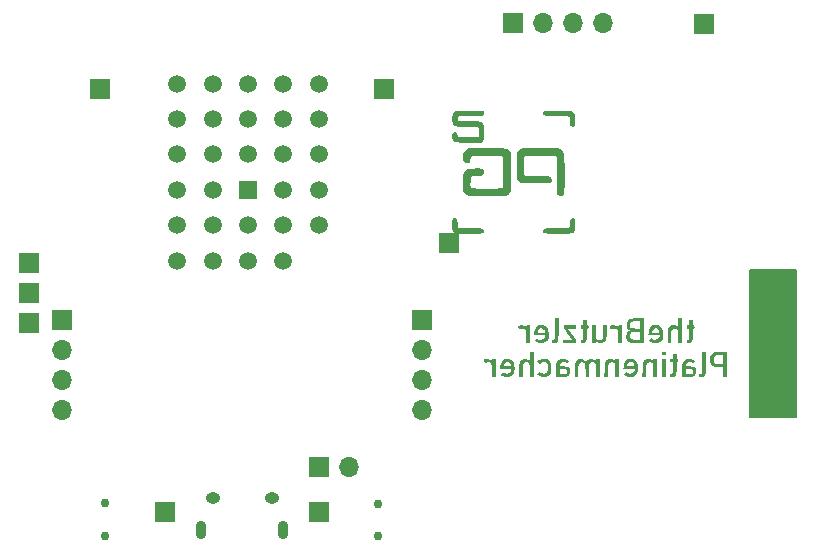
<source format=gbr>
%TF.GenerationSoftware,KiCad,Pcbnew,(5.99.0-10282-g296a9df530)*%
%TF.CreationDate,2021-04-29T22:35:14+02:00*%
%TF.ProjectId,Eck_hoch_3_V1,45636b5f-686f-4636-985f-335f56312e6b,rev?*%
%TF.SameCoordinates,Original*%
%TF.FileFunction,Soldermask,Bot*%
%TF.FilePolarity,Negative*%
%FSLAX46Y46*%
G04 Gerber Fmt 4.6, Leading zero omitted, Abs format (unit mm)*
G04 Created by KiCad (PCBNEW (5.99.0-10282-g296a9df530)) date 2021-04-29 22:35:14*
%MOMM*%
%LPD*%
G01*
G04 APERTURE LIST*
%ADD10C,0.150000*%
%ADD11O,0.890000X1.550000*%
%ADD12O,1.250000X0.950000*%
%ADD13R,1.700000X1.700000*%
%ADD14O,1.700000X1.700000*%
%ADD15C,0.750000*%
%ADD16C,1.500000*%
%ADD17R,1.500000X1.500000*%
G04 APERTURE END LIST*
D10*
X189433200Y-100279200D02*
X185470800Y-100279200D01*
X185470800Y-100279200D02*
X185470800Y-112725200D01*
X185470800Y-112725200D02*
X189433200Y-112725200D01*
X189433200Y-112725200D02*
X189433200Y-100279200D01*
G36*
X189433200Y-100279200D02*
G01*
X185470800Y-100279200D01*
X185470800Y-112725200D01*
X189433200Y-112725200D01*
X189433200Y-100279200D01*
G37*
%TO.C,G\u002A\u002A\u002A*%
G36*
X171706709Y-104740506D02*
G01*
X171708435Y-104848245D01*
X171716811Y-104913967D01*
X171736212Y-104942980D01*
X171771013Y-104949493D01*
X171775632Y-104949549D01*
X171813639Y-104961006D01*
X171831109Y-105003761D01*
X171835316Y-105094177D01*
X171835292Y-105104571D01*
X171830200Y-105190085D01*
X171811197Y-105229394D01*
X171771013Y-105238861D01*
X171767980Y-105238880D01*
X171743215Y-105243191D01*
X171726197Y-105261956D01*
X171715474Y-105305145D01*
X171709591Y-105382727D01*
X171707095Y-105504672D01*
X171706530Y-105680949D01*
X171705724Y-105802467D01*
X171698673Y-106011412D01*
X171683087Y-106168553D01*
X171657423Y-106282120D01*
X171620141Y-106360344D01*
X171569698Y-106411457D01*
X171549816Y-106422763D01*
X171454198Y-106450262D01*
X171329808Y-106460633D01*
X171160127Y-106460633D01*
X171160127Y-106332025D01*
X171163385Y-106261431D01*
X171181253Y-106215184D01*
X171221801Y-106203418D01*
X171267552Y-106202534D01*
X171316239Y-106193714D01*
X171349216Y-106167551D01*
X171369542Y-106114651D01*
X171380274Y-106025625D01*
X171384471Y-105891079D01*
X171385190Y-105701623D01*
X171385190Y-105238861D01*
X171272658Y-105238861D01*
X171222581Y-105237968D01*
X171178810Y-105225174D01*
X171162529Y-105183077D01*
X171160127Y-105094177D01*
X171160821Y-105029792D01*
X171170772Y-104973515D01*
X171203514Y-104952582D01*
X171272658Y-104949493D01*
X171385190Y-104949493D01*
X171385190Y-104531519D01*
X171706709Y-104531519D01*
X171706709Y-104740506D01*
G37*
G36*
X166851772Y-106460633D02*
G01*
X166530253Y-106460633D01*
X166530253Y-105928013D01*
X166529399Y-105804163D01*
X166525256Y-105633358D01*
X166518261Y-105490218D01*
X166509072Y-105386954D01*
X166498348Y-105335777D01*
X166462380Y-105291072D01*
X166367787Y-105240792D01*
X166249055Y-105226665D01*
X166127185Y-105253353D01*
X166101027Y-105264204D01*
X166031721Y-105292018D01*
X166000093Y-105303164D01*
X165993194Y-105296542D01*
X165959411Y-105251304D01*
X165908951Y-105177342D01*
X165890646Y-105149309D01*
X165852898Y-105081918D01*
X165849009Y-105041799D01*
X165875232Y-105010401D01*
X165909581Y-104993154D01*
X165997342Y-104970558D01*
X166106946Y-104956460D01*
X166136180Y-104954595D01*
X166244146Y-104955233D01*
X166324820Y-104976356D01*
X166407747Y-105024663D01*
X166526379Y-105105686D01*
X166536354Y-105035628D01*
X166537262Y-105029839D01*
X166555707Y-104988364D01*
X166603883Y-104966498D01*
X166699051Y-104955770D01*
X166851772Y-104945970D01*
X166851772Y-106460633D01*
G37*
G36*
X178362152Y-107521645D02*
G01*
X178040633Y-107521645D01*
X178040633Y-107232278D01*
X178362152Y-107232278D01*
X178362152Y-107521645D01*
G37*
G36*
X172767722Y-109322152D02*
G01*
X172446203Y-109322152D01*
X172446203Y-108789532D01*
X172445473Y-108673694D01*
X172441401Y-108498953D01*
X172434314Y-108353285D01*
X172424857Y-108248430D01*
X172413672Y-108196128D01*
X172384247Y-108162201D01*
X172298611Y-108115742D01*
X172189535Y-108089462D01*
X172082375Y-108091379D01*
X172078980Y-108092035D01*
X172012655Y-108110029D01*
X171963044Y-108140273D01*
X171927509Y-108191441D01*
X171903413Y-108272208D01*
X171888119Y-108391249D01*
X171878990Y-108557238D01*
X171873389Y-108778850D01*
X171863234Y-109322152D01*
X171578101Y-109322152D01*
X171577922Y-108863987D01*
X171577311Y-108738718D01*
X171572038Y-108535636D01*
X171559609Y-108383624D01*
X171537921Y-108273984D01*
X171504873Y-108198016D01*
X171458363Y-108147022D01*
X171396288Y-108112304D01*
X171359189Y-108097970D01*
X171268425Y-108081735D01*
X171170334Y-108102316D01*
X171127848Y-108118878D01*
X171068793Y-108158000D01*
X171025843Y-108217899D01*
X170996603Y-108307254D01*
X170978681Y-108434743D01*
X170969683Y-108609046D01*
X170967215Y-108838841D01*
X170967215Y-109322152D01*
X170677848Y-109322152D01*
X170678554Y-108767531D01*
X170679635Y-108564451D01*
X170683082Y-108405728D01*
X170689914Y-108288983D01*
X170701157Y-108202846D01*
X170717839Y-108135951D01*
X170740989Y-108076930D01*
X170762824Y-108033662D01*
X170865163Y-107909041D01*
X171005140Y-107835409D01*
X171185486Y-107811133D01*
X171241440Y-107812003D01*
X171329732Y-107824228D01*
X171401352Y-107860461D01*
X171486007Y-107932722D01*
X171616485Y-108054431D01*
X171738194Y-107932722D01*
X171785078Y-107887463D01*
X171853638Y-107836978D01*
X171927487Y-107815501D01*
X172036035Y-107811012D01*
X172106678Y-107813266D01*
X172224527Y-107835709D01*
X172327247Y-107889109D01*
X172442329Y-107967205D01*
X172452304Y-107897147D01*
X172453211Y-107891358D01*
X172471656Y-107849883D01*
X172519833Y-107828017D01*
X172615000Y-107817289D01*
X172767722Y-107807489D01*
X172767722Y-109322152D01*
G37*
G36*
X177622658Y-109322152D02*
G01*
X177301139Y-109322152D01*
X177301139Y-108789532D01*
X177300410Y-108673694D01*
X177296338Y-108498953D01*
X177289251Y-108353285D01*
X177279794Y-108248430D01*
X177268609Y-108196128D01*
X177239174Y-108162102D01*
X177153215Y-108115593D01*
X177043359Y-108089580D01*
X176934664Y-108091885D01*
X176858593Y-108125368D01*
X176785985Y-108188982D01*
X176779625Y-108197310D01*
X176757485Y-108234130D01*
X176741877Y-108281909D01*
X176731682Y-108351317D01*
X176725783Y-108453020D01*
X176723063Y-108597686D01*
X176722405Y-108795981D01*
X176722405Y-109322152D01*
X176396827Y-109322152D01*
X176406895Y-108751455D01*
X176406901Y-108751099D01*
X176413370Y-108507112D01*
X176424726Y-108318148D01*
X176443438Y-108174982D01*
X176471974Y-108068390D01*
X176512801Y-107989149D01*
X176568389Y-107928035D01*
X176641205Y-107875823D01*
X176715408Y-107840191D01*
X176874128Y-107809881D01*
X177037962Y-107826389D01*
X177182184Y-107889109D01*
X177297265Y-107967205D01*
X177307240Y-107897147D01*
X177308148Y-107891358D01*
X177326593Y-107849883D01*
X177374770Y-107828017D01*
X177469937Y-107817289D01*
X177622658Y-107807489D01*
X177622658Y-109322152D01*
G37*
G36*
X168196542Y-107817902D02*
G01*
X168339830Y-107855280D01*
X168462761Y-107932240D01*
X168575774Y-108047704D01*
X168650233Y-108174814D01*
X168658003Y-108203632D01*
X168671419Y-108299827D01*
X168680541Y-108430761D01*
X168683724Y-108576713D01*
X168683244Y-108622405D01*
X168665244Y-108849936D01*
X168618409Y-109026114D01*
X168538777Y-109157941D01*
X168422388Y-109252420D01*
X168265281Y-109316554D01*
X168241792Y-109322825D01*
X168058594Y-109345099D01*
X167872173Y-109327826D01*
X167702835Y-109274720D01*
X167570882Y-109189497D01*
X167493894Y-109117171D01*
X167595026Y-109012830D01*
X167696157Y-108908488D01*
X167791089Y-108978675D01*
X167904877Y-109034348D01*
X168044171Y-109053058D01*
X168178590Y-109029280D01*
X168285862Y-108963689D01*
X168316080Y-108930427D01*
X168352531Y-108868272D01*
X168373922Y-108783292D01*
X168387043Y-108654757D01*
X168389201Y-108475087D01*
X168359004Y-108304751D01*
X168291835Y-108185200D01*
X168186647Y-108114723D01*
X168042393Y-108091611D01*
X168033744Y-108091755D01*
X167916508Y-108111963D01*
X167807836Y-108155949D01*
X167698790Y-108220288D01*
X167590066Y-108131552D01*
X167568762Y-108113965D01*
X167515117Y-108062432D01*
X167504166Y-108025812D01*
X167528266Y-107986123D01*
X167576002Y-107941811D01*
X167700581Y-107875892D01*
X167858086Y-107831244D01*
X168029683Y-107810901D01*
X168196542Y-107817902D01*
G37*
G36*
X176007025Y-106460453D02*
G01*
X175887976Y-106459976D01*
X175684235Y-106455466D01*
X175529226Y-106444431D01*
X175412507Y-106424726D01*
X175323639Y-106394207D01*
X175252183Y-106350730D01*
X175187698Y-106292150D01*
X175117128Y-106206247D01*
X175037093Y-106038737D01*
X175018293Y-105860376D01*
X175025726Y-105829580D01*
X175339873Y-105829580D01*
X175342520Y-105921132D01*
X175360177Y-106015761D01*
X175401881Y-106078159D01*
X175476205Y-106127032D01*
X175477648Y-106127763D01*
X175548729Y-106150100D01*
X175657950Y-106170088D01*
X175788388Y-106186326D01*
X175923121Y-106197409D01*
X176045226Y-106201935D01*
X176137780Y-106198501D01*
X176183861Y-106185704D01*
X176190348Y-106167240D01*
X176199424Y-106094322D01*
X176205658Y-105981633D01*
X176207975Y-105844388D01*
X176207975Y-105528228D01*
X175852842Y-105528228D01*
X175788622Y-105528313D01*
X175651707Y-105530205D01*
X175560138Y-105536512D01*
X175500043Y-105549756D01*
X175457551Y-105572460D01*
X175418792Y-105607146D01*
X175393948Y-105634536D01*
X175351661Y-105716156D01*
X175339873Y-105829580D01*
X175025726Y-105829580D01*
X175062210Y-105678415D01*
X175068183Y-105665140D01*
X175127736Y-105574068D01*
X175209458Y-105488305D01*
X175295111Y-105424567D01*
X175366454Y-105399570D01*
X175376572Y-105397624D01*
X175365533Y-105377735D01*
X175308362Y-105343304D01*
X175293409Y-105335180D01*
X175199067Y-105263242D01*
X175120644Y-105174557D01*
X175110959Y-105159881D01*
X175070598Y-105081316D01*
X175054865Y-104996373D01*
X175056074Y-104946762D01*
X175352803Y-104946762D01*
X175377947Y-105072950D01*
X175459210Y-105174165D01*
X175486780Y-105193588D01*
X175538863Y-105216800D01*
X175611333Y-105230569D01*
X175718813Y-105237166D01*
X175875922Y-105238861D01*
X176210388Y-105238861D01*
X176201143Y-104941455D01*
X176191899Y-104644050D01*
X175934684Y-104633949D01*
X175818741Y-104631564D01*
X175645626Y-104641615D01*
X175521212Y-104672884D01*
X175436824Y-104728147D01*
X175383786Y-104810178D01*
X175352803Y-104946762D01*
X175056074Y-104946762D01*
X175057782Y-104876720D01*
X175058346Y-104869032D01*
X175089987Y-104701493D01*
X175162763Y-104569708D01*
X175287836Y-104453126D01*
X175304243Y-104441507D01*
X175344161Y-104420166D01*
X175396440Y-104404673D01*
X175471467Y-104393805D01*
X175579631Y-104386339D01*
X175731321Y-104381054D01*
X175936925Y-104376725D01*
X176497342Y-104366614D01*
X176497342Y-106460633D01*
X176007025Y-106460453D01*
G37*
G36*
X176014331Y-108630168D02*
G01*
X176010781Y-108772700D01*
X175999365Y-108874992D01*
X175976937Y-108956167D01*
X175940350Y-109035349D01*
X175879084Y-109127761D01*
X175738486Y-109249246D01*
X175553997Y-109325278D01*
X175525044Y-109331649D01*
X175359411Y-109341162D01*
X175182196Y-109316615D01*
X175026440Y-109261973D01*
X174995695Y-109246009D01*
X174898138Y-109186589D01*
X174855805Y-109135800D01*
X174864201Y-109083525D01*
X174918835Y-109019644D01*
X175011051Y-108931296D01*
X175148867Y-109001604D01*
X175219831Y-109032307D01*
X175376112Y-109059604D01*
X175517712Y-109027784D01*
X175637279Y-108937807D01*
X175652849Y-108919133D01*
X175704750Y-108833904D01*
X175725696Y-108758986D01*
X175725696Y-108679114D01*
X174784651Y-108679114D01*
X174800473Y-108457975D01*
X174809808Y-108402644D01*
X175082658Y-108402644D01*
X175085359Y-108417606D01*
X175107206Y-108436191D01*
X175160283Y-108447287D01*
X175255603Y-108452653D01*
X175404177Y-108454050D01*
X175519615Y-108453385D01*
X175636975Y-108447198D01*
X175703400Y-108429428D01*
X175726775Y-108394047D01*
X175714986Y-108335026D01*
X175675919Y-108246339D01*
X175646655Y-108196284D01*
X175553019Y-108110283D01*
X175438983Y-108072288D01*
X175320344Y-108082299D01*
X175212896Y-108140316D01*
X175132436Y-108246339D01*
X175128244Y-108255355D01*
X175095913Y-108339875D01*
X175082658Y-108402644D01*
X174809808Y-108402644D01*
X174838677Y-108231539D01*
X174917085Y-108050628D01*
X175033766Y-107918872D01*
X175186906Y-107838318D01*
X175374687Y-107811012D01*
X175570793Y-107828085D01*
X175736909Y-107885720D01*
X175861719Y-107987139D01*
X175947828Y-108135496D01*
X175997839Y-108333945D01*
X176001783Y-108394047D01*
X176014357Y-108585639D01*
X176014331Y-108630168D01*
G37*
G36*
X167173291Y-109322152D02*
G01*
X166851772Y-109322152D01*
X166851772Y-108789532D01*
X166851043Y-108673694D01*
X166846971Y-108498953D01*
X166839884Y-108353285D01*
X166830426Y-108248430D01*
X166819242Y-108196128D01*
X166789807Y-108162102D01*
X166703848Y-108115593D01*
X166593992Y-108089580D01*
X166485297Y-108091885D01*
X166409225Y-108125368D01*
X166336618Y-108188982D01*
X166330258Y-108197310D01*
X166308118Y-108234130D01*
X166292510Y-108281909D01*
X166282315Y-108351317D01*
X166276416Y-108453020D01*
X166273696Y-108597686D01*
X166273038Y-108795981D01*
X166273038Y-109322152D01*
X165947460Y-109322152D01*
X165957527Y-108751455D01*
X165957534Y-108751099D01*
X165964003Y-108507112D01*
X165975359Y-108318148D01*
X165994071Y-108174982D01*
X166022607Y-108068390D01*
X166063434Y-107989149D01*
X166119022Y-107928035D01*
X166191838Y-107875823D01*
X166265655Y-107840262D01*
X166424774Y-107809766D01*
X166589204Y-107826703D01*
X166734754Y-107890423D01*
X166851772Y-107969834D01*
X166851772Y-107232278D01*
X167173291Y-107232278D01*
X167173291Y-109322152D01*
G37*
G36*
X174407468Y-109322152D02*
G01*
X174085949Y-109322152D01*
X174085949Y-108789532D01*
X174085220Y-108673694D01*
X174081148Y-108498953D01*
X174074061Y-108353285D01*
X174064604Y-108248430D01*
X174053419Y-108196128D01*
X174023984Y-108162102D01*
X173938025Y-108115593D01*
X173828169Y-108089580D01*
X173719474Y-108091885D01*
X173643403Y-108125368D01*
X173570795Y-108188982D01*
X173564435Y-108197310D01*
X173542296Y-108234130D01*
X173526687Y-108281909D01*
X173516492Y-108351317D01*
X173510593Y-108453020D01*
X173507874Y-108597686D01*
X173507215Y-108795981D01*
X173507215Y-109322152D01*
X173181637Y-109322152D01*
X173191705Y-108751455D01*
X173191711Y-108751099D01*
X173198180Y-108507112D01*
X173209536Y-108318148D01*
X173228248Y-108174982D01*
X173256784Y-108068390D01*
X173297611Y-107989149D01*
X173353199Y-107928035D01*
X173426015Y-107875823D01*
X173500218Y-107840191D01*
X173658938Y-107809881D01*
X173822772Y-107826389D01*
X173966994Y-107889109D01*
X174082075Y-107967205D01*
X174092050Y-107897147D01*
X174092958Y-107891358D01*
X174111403Y-107849883D01*
X174159580Y-107828017D01*
X174254747Y-107817289D01*
X174407468Y-107807489D01*
X174407468Y-109322152D01*
G37*
G36*
X179294557Y-107602025D02*
G01*
X179296283Y-107709764D01*
X179304659Y-107775486D01*
X179324061Y-107804499D01*
X179358861Y-107811012D01*
X179363480Y-107811068D01*
X179401487Y-107822525D01*
X179418957Y-107865280D01*
X179423165Y-107955696D01*
X179423140Y-107966090D01*
X179418048Y-108051604D01*
X179399046Y-108090913D01*
X179358861Y-108100380D01*
X179355828Y-108100399D01*
X179331063Y-108104710D01*
X179314045Y-108123475D01*
X179303322Y-108166664D01*
X179297440Y-108244246D01*
X179294943Y-108366191D01*
X179294378Y-108542468D01*
X179293572Y-108663986D01*
X179286521Y-108872931D01*
X179270935Y-109030072D01*
X179245271Y-109143639D01*
X179207989Y-109221863D01*
X179157546Y-109272976D01*
X179137664Y-109284282D01*
X179042046Y-109311781D01*
X178917656Y-109322152D01*
X178747975Y-109322152D01*
X178747975Y-109193544D01*
X178751233Y-109122950D01*
X178769101Y-109076703D01*
X178809649Y-109064936D01*
X178855401Y-109064053D01*
X178904087Y-109055233D01*
X178937064Y-109029070D01*
X178957390Y-108976170D01*
X178968122Y-108887144D01*
X178972319Y-108752598D01*
X178973038Y-108563142D01*
X178973038Y-108100380D01*
X178860506Y-108100380D01*
X178810429Y-108099487D01*
X178766658Y-108086693D01*
X178750377Y-108044596D01*
X178747975Y-107955696D01*
X178748669Y-107891311D01*
X178758620Y-107835034D01*
X178791362Y-107814101D01*
X178860506Y-107811012D01*
X178973038Y-107811012D01*
X178973038Y-107393038D01*
X179294557Y-107393038D01*
X179294557Y-107602025D01*
G37*
G36*
X170209132Y-109161068D02*
G01*
X170091548Y-109265295D01*
X169922279Y-109331326D01*
X169893366Y-109337581D01*
X169704563Y-109346772D01*
X169527888Y-109304568D01*
X169516475Y-109299903D01*
X169433363Y-109275960D01*
X169397633Y-109288492D01*
X169388973Y-109297800D01*
X169332695Y-109315235D01*
X169244409Y-109322152D01*
X169102405Y-109322152D01*
X169102405Y-108732096D01*
X169102507Y-108679114D01*
X169391772Y-108679114D01*
X169391772Y-108854818D01*
X169391785Y-108862410D01*
X169397231Y-108968680D01*
X169416195Y-109029891D01*
X169453962Y-109063805D01*
X169486704Y-109075468D01*
X169577850Y-109091003D01*
X169687948Y-109097088D01*
X169792476Y-109091268D01*
X169912052Y-109057356D01*
X169980709Y-108990722D01*
X170002658Y-108888574D01*
X169998421Y-108823528D01*
X169971155Y-108751636D01*
X169910024Y-108707474D01*
X169805159Y-108685236D01*
X169646691Y-108679114D01*
X169391772Y-108679114D01*
X169102507Y-108679114D01*
X169102808Y-108523450D01*
X169104746Y-108367309D01*
X169109302Y-108254762D01*
X169117560Y-108175423D01*
X169130604Y-108118906D01*
X169149519Y-108074824D01*
X169175388Y-108032792D01*
X169199274Y-107999760D01*
X169317816Y-107892917D01*
X169473799Y-107831042D01*
X169674134Y-107811062D01*
X169859877Y-107827205D01*
X170036590Y-107879045D01*
X170170335Y-107961956D01*
X170185716Y-107976346D01*
X170205554Y-108007874D01*
X170185277Y-108039643D01*
X170117797Y-108088763D01*
X170094563Y-108104359D01*
X170027517Y-108140890D01*
X169971256Y-108143437D01*
X169893711Y-108115881D01*
X169892281Y-108115285D01*
X169741232Y-108075065D01*
X169604731Y-108079820D01*
X169493704Y-108125117D01*
X169419076Y-108206522D01*
X169391772Y-108319600D01*
X169391772Y-108413137D01*
X169689353Y-108428702D01*
X169777906Y-108434861D01*
X169977678Y-108465948D01*
X170123468Y-108521300D01*
X170220783Y-108604983D01*
X170275133Y-108721063D01*
X170292025Y-108873607D01*
X170290313Y-108888574D01*
X170275497Y-109018067D01*
X170209132Y-109161068D01*
G37*
G36*
X165564964Y-108630168D02*
G01*
X165561414Y-108772700D01*
X165549998Y-108874992D01*
X165527570Y-108956167D01*
X165490983Y-109035349D01*
X165429717Y-109127761D01*
X165289119Y-109249246D01*
X165104630Y-109325278D01*
X165075677Y-109331649D01*
X164910044Y-109341162D01*
X164732829Y-109316615D01*
X164577073Y-109261973D01*
X164546327Y-109246009D01*
X164448771Y-109186589D01*
X164406437Y-109135800D01*
X164414834Y-109083525D01*
X164469468Y-109019644D01*
X164561683Y-108931296D01*
X164699499Y-109001604D01*
X164770464Y-109032307D01*
X164926744Y-109059604D01*
X165068345Y-109027784D01*
X165187911Y-108937807D01*
X165203482Y-108919133D01*
X165255383Y-108833904D01*
X165276329Y-108758986D01*
X165276329Y-108679114D01*
X164335284Y-108679114D01*
X164351106Y-108457975D01*
X164360441Y-108402644D01*
X164633291Y-108402644D01*
X164635992Y-108417606D01*
X164657839Y-108436191D01*
X164710916Y-108447287D01*
X164806236Y-108452653D01*
X164954810Y-108454050D01*
X165070248Y-108453385D01*
X165187608Y-108447198D01*
X165254033Y-108429428D01*
X165277407Y-108394047D01*
X165265619Y-108335026D01*
X165226552Y-108246339D01*
X165197288Y-108196284D01*
X165103652Y-108110283D01*
X164989616Y-108072288D01*
X164870977Y-108082299D01*
X164763529Y-108140316D01*
X164683068Y-108246339D01*
X164678877Y-108255355D01*
X164646546Y-108339875D01*
X164633291Y-108402644D01*
X164360441Y-108402644D01*
X164389310Y-108231539D01*
X164467718Y-108050628D01*
X164584399Y-107918872D01*
X164737538Y-107838318D01*
X164925320Y-107811012D01*
X165121426Y-107828085D01*
X165287542Y-107885720D01*
X165412352Y-107987139D01*
X165498461Y-108135496D01*
X165548472Y-108333945D01*
X165552416Y-108394047D01*
X165564990Y-108585639D01*
X165564964Y-108630168D01*
G37*
G36*
X180883563Y-109161068D02*
G01*
X180765978Y-109265295D01*
X180596709Y-109331326D01*
X180567797Y-109337581D01*
X180378993Y-109346772D01*
X180202318Y-109304568D01*
X180190906Y-109299903D01*
X180107793Y-109275960D01*
X180072064Y-109288492D01*
X180063403Y-109297800D01*
X180007125Y-109315235D01*
X179918840Y-109322152D01*
X179776835Y-109322152D01*
X179776835Y-108732096D01*
X179776938Y-108679114D01*
X180066203Y-108679114D01*
X180066203Y-108854818D01*
X180066215Y-108862410D01*
X180071661Y-108968680D01*
X180090625Y-109029891D01*
X180128393Y-109063805D01*
X180161134Y-109075468D01*
X180252280Y-109091003D01*
X180362378Y-109097088D01*
X180466906Y-109091268D01*
X180586482Y-109057356D01*
X180655139Y-108990722D01*
X180677089Y-108888574D01*
X180672851Y-108823528D01*
X180645585Y-108751636D01*
X180584454Y-108707474D01*
X180479589Y-108685236D01*
X180321121Y-108679114D01*
X180066203Y-108679114D01*
X179776938Y-108679114D01*
X179777239Y-108523450D01*
X179779176Y-108367309D01*
X179783732Y-108254762D01*
X179791990Y-108175423D01*
X179805035Y-108118906D01*
X179823949Y-108074824D01*
X179849818Y-108032792D01*
X179873704Y-107999760D01*
X179992246Y-107892917D01*
X180148230Y-107831042D01*
X180348564Y-107811062D01*
X180534308Y-107827205D01*
X180711020Y-107879045D01*
X180844765Y-107961956D01*
X180860146Y-107976346D01*
X180879984Y-108007874D01*
X180859708Y-108039643D01*
X180792227Y-108088763D01*
X180768993Y-108104359D01*
X180701947Y-108140890D01*
X180645686Y-108143437D01*
X180568141Y-108115881D01*
X180566711Y-108115285D01*
X180415662Y-108075065D01*
X180279161Y-108079820D01*
X180168134Y-108125117D01*
X180093506Y-108206522D01*
X180066203Y-108319600D01*
X180066203Y-108413137D01*
X180363783Y-108428702D01*
X180452336Y-108434861D01*
X180652108Y-108465948D01*
X180797898Y-108521300D01*
X180895213Y-108604983D01*
X180949563Y-108721063D01*
X180966456Y-108873607D01*
X180964743Y-108888574D01*
X180949927Y-109018067D01*
X180883563Y-109161068D01*
G37*
G36*
X169295316Y-105279877D02*
G01*
X169294565Y-105571211D01*
X169291663Y-105805293D01*
X169285584Y-105989044D01*
X169275300Y-106129384D01*
X169259783Y-106233234D01*
X169238006Y-106307515D01*
X169208939Y-106359146D01*
X169171556Y-106395050D01*
X169124829Y-106422145D01*
X169100652Y-106431262D01*
X169009422Y-106449990D01*
X168901456Y-106458457D01*
X168748734Y-106460633D01*
X168748734Y-106332025D01*
X168751993Y-106261431D01*
X168769861Y-106215184D01*
X168810408Y-106203418D01*
X168840932Y-106203495D01*
X168881616Y-106200933D01*
X168913021Y-106189050D01*
X168936345Y-106160973D01*
X168952788Y-106109830D01*
X168963551Y-106028748D01*
X168969834Y-105910854D01*
X168972836Y-105749275D01*
X168973757Y-105537139D01*
X168973797Y-105267573D01*
X168973797Y-104370759D01*
X169295316Y-104370759D01*
X169295316Y-105279877D01*
G37*
G36*
X168458634Y-105768649D02*
G01*
X168455084Y-105911181D01*
X168443669Y-106013473D01*
X168421241Y-106094648D01*
X168384653Y-106173830D01*
X168323388Y-106266242D01*
X168182789Y-106387727D01*
X167998301Y-106463759D01*
X167969348Y-106470130D01*
X167803715Y-106479643D01*
X167626500Y-106455096D01*
X167470744Y-106400454D01*
X167439998Y-106384490D01*
X167342442Y-106325070D01*
X167300108Y-106274281D01*
X167308505Y-106222006D01*
X167363139Y-106158125D01*
X167455354Y-106069777D01*
X167593170Y-106140085D01*
X167664134Y-106170788D01*
X167820415Y-106198085D01*
X167962015Y-106166265D01*
X168081582Y-106076288D01*
X168097153Y-106057614D01*
X168149054Y-105972385D01*
X168170000Y-105897467D01*
X168170000Y-105817595D01*
X167228955Y-105817595D01*
X167244777Y-105596456D01*
X167254112Y-105541125D01*
X167526962Y-105541125D01*
X167529663Y-105556087D01*
X167551510Y-105574672D01*
X167604587Y-105585768D01*
X167699907Y-105591134D01*
X167848481Y-105592531D01*
X167963919Y-105591866D01*
X168081279Y-105585679D01*
X168147703Y-105567909D01*
X168171078Y-105532528D01*
X168159290Y-105473507D01*
X168120223Y-105384820D01*
X168090959Y-105334765D01*
X167997323Y-105248764D01*
X167883287Y-105210769D01*
X167764648Y-105220780D01*
X167657200Y-105278797D01*
X167576739Y-105384820D01*
X167572548Y-105393836D01*
X167540216Y-105478356D01*
X167526962Y-105541125D01*
X167254112Y-105541125D01*
X167282981Y-105370020D01*
X167361388Y-105189109D01*
X167478070Y-105057353D01*
X167631209Y-104976800D01*
X167818991Y-104949493D01*
X168015097Y-104966566D01*
X168181213Y-105024201D01*
X168306023Y-105125620D01*
X168392132Y-105273977D01*
X168442143Y-105472426D01*
X168446087Y-105532528D01*
X168458661Y-105724120D01*
X168458634Y-105768649D01*
G37*
G36*
X174632532Y-106460633D02*
G01*
X174311013Y-106460633D01*
X174311013Y-105928013D01*
X174310159Y-105804163D01*
X174306015Y-105633358D01*
X174299020Y-105490218D01*
X174289832Y-105386954D01*
X174279108Y-105335777D01*
X174243140Y-105291072D01*
X174148547Y-105240792D01*
X174029814Y-105226665D01*
X173907945Y-105253353D01*
X173881786Y-105264204D01*
X173812481Y-105292018D01*
X173780852Y-105303164D01*
X173773954Y-105296542D01*
X173740171Y-105251304D01*
X173689710Y-105177342D01*
X173671406Y-105149309D01*
X173633658Y-105081918D01*
X173629769Y-105041799D01*
X173655991Y-105010401D01*
X173690341Y-104993154D01*
X173778101Y-104970558D01*
X173887705Y-104956460D01*
X173916940Y-104954595D01*
X174024905Y-104955233D01*
X174105580Y-104976356D01*
X174188506Y-105024663D01*
X174307139Y-105105686D01*
X174317114Y-105035628D01*
X174318021Y-105029839D01*
X174336466Y-104988364D01*
X174384643Y-104966498D01*
X174479810Y-104955770D01*
X174632532Y-104945970D01*
X174632532Y-106460633D01*
G37*
G36*
X183249241Y-109322152D02*
G01*
X183249241Y-108525468D01*
X182903608Y-108513622D01*
X182765796Y-108507786D01*
X182645116Y-108497750D01*
X182556896Y-108481113D01*
X182483763Y-108454382D01*
X182408341Y-108414064D01*
X182348601Y-108374482D01*
X182223141Y-108242867D01*
X182148568Y-108073287D01*
X182123924Y-107863884D01*
X182133868Y-107786699D01*
X182438493Y-107786699D01*
X182442537Y-107931592D01*
X182485100Y-108064261D01*
X182563418Y-108163221D01*
X182576828Y-108173293D01*
X182629004Y-108201738D01*
X182697676Y-108218689D01*
X182798750Y-108226866D01*
X182948133Y-108228987D01*
X183249241Y-108228987D01*
X183249241Y-107489493D01*
X182990993Y-107489493D01*
X182851383Y-107494898D01*
X182685253Y-107519456D01*
X182562650Y-107561540D01*
X182493355Y-107618613D01*
X182475733Y-107651069D01*
X182438493Y-107786699D01*
X182133868Y-107786699D01*
X182149338Y-107666616D01*
X182222654Y-107493140D01*
X182337556Y-107356333D01*
X182487726Y-107266572D01*
X182509958Y-107260808D01*
X182598502Y-107249529D01*
X182731255Y-107240480D01*
X182894494Y-107234462D01*
X183074498Y-107232278D01*
X183570760Y-107232278D01*
X183570760Y-109322152D01*
X183249241Y-109322152D01*
G37*
G36*
X178136356Y-105768649D02*
G01*
X178132806Y-105911181D01*
X178121391Y-106013473D01*
X178098963Y-106094648D01*
X178062375Y-106173830D01*
X178001109Y-106266242D01*
X177860511Y-106387727D01*
X177676023Y-106463759D01*
X177647070Y-106470130D01*
X177481437Y-106479643D01*
X177304221Y-106455096D01*
X177148466Y-106400454D01*
X177117720Y-106384490D01*
X177020163Y-106325070D01*
X176977830Y-106274281D01*
X176986226Y-106222006D01*
X177040860Y-106158125D01*
X177133076Y-106069777D01*
X177270892Y-106140085D01*
X177341856Y-106170788D01*
X177498137Y-106198085D01*
X177639737Y-106166265D01*
X177759304Y-106076288D01*
X177774875Y-106057614D01*
X177826775Y-105972385D01*
X177847722Y-105897467D01*
X177847722Y-105817595D01*
X176906676Y-105817595D01*
X176922499Y-105596456D01*
X176931834Y-105541125D01*
X177204684Y-105541125D01*
X177207384Y-105556087D01*
X177229231Y-105574672D01*
X177282309Y-105585768D01*
X177377629Y-105591134D01*
X177526203Y-105592531D01*
X177641641Y-105591866D01*
X177759001Y-105585679D01*
X177825425Y-105567909D01*
X177848800Y-105532528D01*
X177837011Y-105473507D01*
X177797944Y-105384820D01*
X177768681Y-105334765D01*
X177675044Y-105248764D01*
X177561009Y-105210769D01*
X177442369Y-105220780D01*
X177334921Y-105278797D01*
X177254461Y-105384820D01*
X177250269Y-105393836D01*
X177217938Y-105478356D01*
X177204684Y-105541125D01*
X176931834Y-105541125D01*
X176960703Y-105370020D01*
X177039110Y-105189109D01*
X177155791Y-105057353D01*
X177308931Y-104976800D01*
X177496712Y-104949493D01*
X177692818Y-104966566D01*
X177858935Y-105024201D01*
X177983745Y-105125620D01*
X178069853Y-105273977D01*
X178119864Y-105472426D01*
X178123809Y-105532528D01*
X178136383Y-105724120D01*
X178136356Y-105768649D01*
G37*
G36*
X173373149Y-105534399D02*
G01*
X173370391Y-105665618D01*
X173362469Y-105878474D01*
X173348735Y-106040965D01*
X173326242Y-106162304D01*
X173292043Y-106251708D01*
X173243189Y-106318389D01*
X173176734Y-106371562D01*
X173089730Y-106420443D01*
X173041587Y-106443434D01*
X172952521Y-106478837D01*
X172893535Y-106492785D01*
X172829658Y-106489092D01*
X172678155Y-106450670D01*
X172559191Y-106377861D01*
X172478354Y-106302944D01*
X172478354Y-106381788D01*
X172476882Y-106412503D01*
X172460676Y-106444609D01*
X172413052Y-106457969D01*
X172317595Y-106460633D01*
X172156835Y-106460633D01*
X172156835Y-104949493D01*
X172478354Y-104949493D01*
X172478354Y-105488922D01*
X172478383Y-105529103D01*
X172480395Y-105743116D01*
X172487440Y-105902874D01*
X172502107Y-106017003D01*
X172526987Y-106094128D01*
X172564669Y-106142875D01*
X172617744Y-106171869D01*
X172688802Y-106189737D01*
X172736692Y-106194670D01*
X172849739Y-106183161D01*
X172952222Y-106147293D01*
X173017589Y-106094737D01*
X173024047Y-106067746D01*
X173033163Y-105983955D01*
X173042223Y-105855844D01*
X173050455Y-105694785D01*
X173057089Y-105512152D01*
X173073165Y-104965569D01*
X173228465Y-104955664D01*
X173383766Y-104945759D01*
X173373149Y-105534399D01*
G37*
G36*
X179744684Y-106460633D02*
G01*
X179423165Y-106460633D01*
X179423165Y-105928013D01*
X179422436Y-105812175D01*
X179418363Y-105637434D01*
X179411276Y-105491766D01*
X179401819Y-105386911D01*
X179390634Y-105334609D01*
X179361199Y-105300583D01*
X179275241Y-105254074D01*
X179165384Y-105228061D01*
X179056689Y-105230366D01*
X178980618Y-105263849D01*
X178908011Y-105327463D01*
X178901650Y-105335791D01*
X178879511Y-105372611D01*
X178863902Y-105420390D01*
X178853707Y-105489798D01*
X178847809Y-105591501D01*
X178845089Y-105736167D01*
X178844430Y-105934462D01*
X178844430Y-106460633D01*
X178518852Y-106460633D01*
X178528920Y-105889936D01*
X178528926Y-105889580D01*
X178535395Y-105645593D01*
X178546752Y-105456629D01*
X178565464Y-105313463D01*
X178593999Y-105206871D01*
X178634827Y-105127630D01*
X178690414Y-105066516D01*
X178763231Y-105014304D01*
X178837048Y-104978743D01*
X178996167Y-104948247D01*
X179160596Y-104965184D01*
X179306146Y-105028904D01*
X179423165Y-105108315D01*
X179423165Y-104370759D01*
X179744684Y-104370759D01*
X179744684Y-106460633D01*
G37*
G36*
X180677089Y-104740506D02*
G01*
X180678815Y-104848245D01*
X180687190Y-104913967D01*
X180706592Y-104942980D01*
X180741392Y-104949493D01*
X180746012Y-104949549D01*
X180784018Y-104961006D01*
X180801489Y-105003761D01*
X180805696Y-105094177D01*
X180805672Y-105104571D01*
X180800579Y-105190085D01*
X180781577Y-105229394D01*
X180741392Y-105238861D01*
X180738360Y-105238880D01*
X180713594Y-105243191D01*
X180696577Y-105261956D01*
X180685854Y-105305145D01*
X180679971Y-105382727D01*
X180677474Y-105504672D01*
X180676909Y-105680949D01*
X180676104Y-105802467D01*
X180669053Y-106011412D01*
X180653466Y-106168553D01*
X180627803Y-106282120D01*
X180590520Y-106360344D01*
X180540078Y-106411457D01*
X180520196Y-106422763D01*
X180424578Y-106450262D01*
X180300188Y-106460633D01*
X180130506Y-106460633D01*
X180130506Y-106332025D01*
X180133765Y-106261431D01*
X180151633Y-106215184D01*
X180192181Y-106203418D01*
X180237932Y-106202534D01*
X180286619Y-106193714D01*
X180319596Y-106167551D01*
X180339921Y-106114651D01*
X180350654Y-106025625D01*
X180354850Y-105891079D01*
X180355570Y-105701623D01*
X180355570Y-105238861D01*
X180243038Y-105238861D01*
X180192961Y-105237968D01*
X180149190Y-105225174D01*
X180132909Y-105183077D01*
X180130506Y-105094177D01*
X180131200Y-105029792D01*
X180141152Y-104973515D01*
X180173894Y-104952582D01*
X180243038Y-104949493D01*
X180355570Y-104949493D01*
X180355570Y-104531519D01*
X180677089Y-104531519D01*
X180677089Y-104740506D01*
G37*
G36*
X181770253Y-108141396D02*
G01*
X181769501Y-108432730D01*
X181766600Y-108666812D01*
X181760521Y-108850563D01*
X181750237Y-108990903D01*
X181734720Y-109094753D01*
X181712942Y-109169034D01*
X181683876Y-109220665D01*
X181646493Y-109256569D01*
X181599766Y-109283664D01*
X181575588Y-109292781D01*
X181484358Y-109311509D01*
X181376392Y-109319976D01*
X181223671Y-109322152D01*
X181223671Y-109193544D01*
X181226930Y-109122950D01*
X181244797Y-109076703D01*
X181285345Y-109064936D01*
X181315868Y-109065014D01*
X181356553Y-109062452D01*
X181387957Y-109050569D01*
X181411281Y-109022492D01*
X181427725Y-108971349D01*
X181438488Y-108890267D01*
X181444771Y-108772373D01*
X181447773Y-108610794D01*
X181448694Y-108398658D01*
X181448734Y-108129092D01*
X181448734Y-107232278D01*
X181770253Y-107232278D01*
X181770253Y-108141396D01*
G37*
G36*
X178362152Y-109322152D02*
G01*
X178039448Y-109322152D01*
X178048078Y-108574620D01*
X178056709Y-107827088D01*
X178209430Y-107817289D01*
X178362152Y-107807489D01*
X178362152Y-109322152D01*
G37*
G36*
X170800266Y-105102215D02*
G01*
X170810153Y-105238861D01*
X170454634Y-105238861D01*
X170330221Y-105239800D01*
X170210457Y-105242922D01*
X170129107Y-105247715D01*
X170099114Y-105253639D01*
X170114964Y-105278662D01*
X170164296Y-105347097D01*
X170241018Y-105450352D01*
X170338913Y-105580066D01*
X170451765Y-105727880D01*
X170527400Y-105826758D01*
X170634571Y-105969501D01*
X170710188Y-106076123D01*
X170759666Y-106155754D01*
X170788423Y-106217522D01*
X170801874Y-106270556D01*
X170805436Y-106323987D01*
X170806456Y-106460633D01*
X169681139Y-106460633D01*
X169681139Y-106203418D01*
X170050886Y-106203418D01*
X170188410Y-106201592D01*
X170308962Y-106196190D01*
X170390600Y-106188072D01*
X170420633Y-106178107D01*
X170402711Y-106145888D01*
X170352266Y-106070544D01*
X170275291Y-105960699D01*
X170177781Y-105824905D01*
X170065729Y-105671715D01*
X170005795Y-105590240D01*
X169894608Y-105436619D01*
X169815480Y-105321692D01*
X169763438Y-105236918D01*
X169733509Y-105173756D01*
X169720720Y-105123664D01*
X169720096Y-105078101D01*
X169729367Y-104965569D01*
X170790380Y-104965569D01*
X170800266Y-105102215D01*
G37*
G36*
X163958101Y-109322152D02*
G01*
X163636582Y-109322152D01*
X163636582Y-108789532D01*
X163635729Y-108665682D01*
X163631585Y-108494877D01*
X163624590Y-108351737D01*
X163615401Y-108248473D01*
X163604677Y-108197296D01*
X163568710Y-108152591D01*
X163474116Y-108102311D01*
X163355384Y-108088184D01*
X163233514Y-108114872D01*
X163207356Y-108125723D01*
X163138050Y-108153537D01*
X163106422Y-108164683D01*
X163099523Y-108158061D01*
X163065740Y-108112823D01*
X163015280Y-108038861D01*
X162996976Y-108010828D01*
X162959228Y-107943437D01*
X162955338Y-107903318D01*
X162981561Y-107871920D01*
X163015911Y-107854673D01*
X163103671Y-107832077D01*
X163213275Y-107817979D01*
X163242509Y-107816114D01*
X163350475Y-107816752D01*
X163431150Y-107837875D01*
X163514076Y-107886182D01*
X163632708Y-107967205D01*
X163642683Y-107897147D01*
X163643591Y-107891358D01*
X163662036Y-107849883D01*
X163710213Y-107828017D01*
X163805380Y-107817289D01*
X163958101Y-107807489D01*
X163958101Y-109322152D01*
G37*
G36*
X160530910Y-95852674D02*
G01*
X160628589Y-95886813D01*
X160695470Y-95972571D01*
X160733888Y-96114472D01*
X160746175Y-96317040D01*
X160745920Y-96368656D01*
X160745353Y-96479683D01*
X160750542Y-96567121D01*
X160768558Y-96633773D01*
X160806470Y-96682444D01*
X160871346Y-96715935D01*
X160970255Y-96737051D01*
X161110268Y-96748594D01*
X161298452Y-96753369D01*
X161541878Y-96754178D01*
X161847614Y-96753825D01*
X161866584Y-96753825D01*
X162151319Y-96754004D01*
X162375247Y-96754904D01*
X162546475Y-96757095D01*
X162673116Y-96761148D01*
X162763277Y-96767631D01*
X162825069Y-96777116D01*
X162866603Y-96790171D01*
X162895986Y-96807366D01*
X162921330Y-96829272D01*
X162937567Y-96846100D01*
X162991421Y-96948051D01*
X162995292Y-97058065D01*
X162947112Y-97150390D01*
X162938254Y-97157798D01*
X162909079Y-97171508D01*
X162860352Y-97182327D01*
X162784953Y-97190582D01*
X162675762Y-97196597D01*
X162525657Y-97200699D01*
X162327519Y-97203215D01*
X162074225Y-97204469D01*
X161758656Y-97204788D01*
X161679963Y-97204770D01*
X161382917Y-97204388D01*
X161145750Y-97203199D01*
X160960739Y-97200783D01*
X160820166Y-97196717D01*
X160716309Y-97190581D01*
X160641448Y-97181954D01*
X160587863Y-97170417D01*
X160547833Y-97155547D01*
X160513639Y-97136923D01*
X160444658Y-97088920D01*
X160380986Y-97020921D01*
X160337877Y-96932111D01*
X160311646Y-96810405D01*
X160298609Y-96643717D01*
X160295082Y-96419960D01*
X160297890Y-96213974D01*
X160309003Y-96058549D01*
X160331905Y-95953972D01*
X160370076Y-95890874D01*
X160426994Y-95859886D01*
X160506139Y-95851639D01*
X160530910Y-95852674D01*
G37*
G36*
X170509238Y-95851741D02*
G01*
X170584040Y-95860445D01*
X170637163Y-95890045D01*
X170672210Y-95950223D01*
X170692783Y-96050659D01*
X170702485Y-96201035D01*
X170704918Y-96411032D01*
X170702319Y-96613920D01*
X170691017Y-96787750D01*
X170667375Y-96914995D01*
X170627788Y-97007625D01*
X170568652Y-97077611D01*
X170486362Y-97136923D01*
X170478505Y-97141623D01*
X170443640Y-97159334D01*
X170401140Y-97173389D01*
X170343284Y-97184211D01*
X170262353Y-97192219D01*
X170150626Y-97197834D01*
X170000381Y-97201478D01*
X169803900Y-97203571D01*
X169553462Y-97204534D01*
X169241345Y-97204788D01*
X169087212Y-97204736D01*
X168801328Y-97204025D01*
X168574426Y-97202228D01*
X168399387Y-97199019D01*
X168269088Y-97194073D01*
X168176410Y-97187062D01*
X168114231Y-97177662D01*
X168075431Y-97165547D01*
X168052889Y-97150390D01*
X168046745Y-97143901D01*
X168003322Y-97049030D01*
X168012877Y-96937709D01*
X168073809Y-96834135D01*
X168079675Y-96827911D01*
X168102793Y-96805859D01*
X168130682Y-96788685D01*
X168171420Y-96775779D01*
X168233086Y-96766531D01*
X168323759Y-96760331D01*
X168451517Y-96756570D01*
X168624438Y-96754638D01*
X168850601Y-96753927D01*
X169138085Y-96753825D01*
X169285547Y-96753939D01*
X169564368Y-96754082D01*
X169784010Y-96751925D01*
X169951500Y-96744843D01*
X170073864Y-96730209D01*
X170158126Y-96705396D01*
X170211313Y-96667779D01*
X170240451Y-96614730D01*
X170252565Y-96543624D01*
X170254681Y-96451834D01*
X170253826Y-96336733D01*
X170255925Y-96236222D01*
X170276555Y-96059146D01*
X170321607Y-95939944D01*
X170394028Y-95872735D01*
X170496762Y-95851639D01*
X170509238Y-95851741D01*
G37*
G36*
X169416736Y-86789032D02*
G01*
X169665835Y-86792252D01*
X169898690Y-86798165D01*
X170105182Y-86806775D01*
X170275191Y-86818084D01*
X170398597Y-86832097D01*
X170465280Y-86848815D01*
X170541665Y-86895277D01*
X170610242Y-86962773D01*
X170657126Y-87053816D01*
X170686034Y-87179785D01*
X170700682Y-87352059D01*
X170704789Y-87582016D01*
X170703758Y-87751891D01*
X170699045Y-87898215D01*
X170689391Y-87996342D01*
X170673579Y-88057728D01*
X170650391Y-88093832D01*
X170626235Y-88114085D01*
X170525706Y-88148129D01*
X170417494Y-88128163D01*
X170325743Y-88056932D01*
X170289613Y-87999836D01*
X170267438Y-87928003D01*
X170256655Y-87824004D01*
X170253826Y-87669295D01*
X170254111Y-87616586D01*
X170254669Y-87509720D01*
X170249365Y-87425578D01*
X170231141Y-87361457D01*
X170192939Y-87314655D01*
X170127702Y-87282469D01*
X170028373Y-87262195D01*
X169887893Y-87251132D01*
X169699205Y-87246576D01*
X169455252Y-87245824D01*
X169148976Y-87246174D01*
X169135514Y-87246174D01*
X168850206Y-87246002D01*
X168625828Y-87245113D01*
X168454256Y-87242936D01*
X168327363Y-87238896D01*
X168237022Y-87232423D01*
X168175109Y-87222942D01*
X168133497Y-87209881D01*
X168104059Y-87192667D01*
X168078671Y-87170727D01*
X168062434Y-87153899D01*
X168008579Y-87051948D01*
X168004708Y-86941934D01*
X168052889Y-86849609D01*
X168068279Y-86841606D01*
X168147731Y-86826070D01*
X168281777Y-86813203D01*
X168460298Y-86803009D01*
X168673174Y-86795492D01*
X168910286Y-86790655D01*
X169161513Y-86788500D01*
X169416736Y-86789032D01*
G37*
G36*
X163322804Y-89960017D02*
G01*
X163407613Y-89960581D01*
X163771777Y-89963091D01*
X164074393Y-89965981D01*
X164321948Y-89970177D01*
X164520929Y-89976599D01*
X164677824Y-89986171D01*
X164799118Y-89999815D01*
X164891298Y-90018455D01*
X164960852Y-90043012D01*
X165014266Y-90074411D01*
X165058027Y-90113573D01*
X165098622Y-90161421D01*
X165142537Y-90218879D01*
X165239755Y-90346301D01*
X165250059Y-91910514D01*
X165251419Y-92154184D01*
X165252426Y-92468021D01*
X165252519Y-92757872D01*
X165251741Y-93016168D01*
X165250134Y-93235341D01*
X165247741Y-93407822D01*
X165244602Y-93526044D01*
X165240762Y-93582439D01*
X165200774Y-93687900D01*
X165109374Y-93814497D01*
X164988593Y-93924087D01*
X164858061Y-93995489D01*
X164856064Y-93996152D01*
X164784490Y-94007682D01*
X164653175Y-94017879D01*
X164471266Y-94026701D01*
X164247911Y-94034106D01*
X163992258Y-94040052D01*
X163713455Y-94044497D01*
X163420651Y-94047399D01*
X163122993Y-94048718D01*
X162829630Y-94048409D01*
X162549709Y-94046433D01*
X162292379Y-94042747D01*
X162066789Y-94037309D01*
X161882085Y-94030077D01*
X161747416Y-94021010D01*
X161671930Y-94010065D01*
X161579303Y-93973942D01*
X161429196Y-93872026D01*
X161307388Y-93736523D01*
X161234304Y-93587169D01*
X161218119Y-93492226D01*
X161206459Y-93321262D01*
X161201661Y-93082805D01*
X161203756Y-92777685D01*
X161205942Y-92646898D01*
X161209978Y-92449714D01*
X161215223Y-92304678D01*
X161223184Y-92200558D01*
X161235368Y-92126121D01*
X161253284Y-92070133D01*
X161278437Y-92021364D01*
X161312336Y-91968578D01*
X161374084Y-91884495D01*
X161448570Y-91811880D01*
X161538757Y-91759416D01*
X161655354Y-91723974D01*
X161809072Y-91702421D01*
X162010622Y-91691629D01*
X162270715Y-91688467D01*
X162403112Y-91688435D01*
X162580021Y-91689670D01*
X162705567Y-91693654D01*
X162791110Y-91701689D01*
X162848011Y-91715082D01*
X162887631Y-91735134D01*
X162921330Y-91763152D01*
X162963984Y-91817301D01*
X162998723Y-91934812D01*
X162984142Y-92061885D01*
X162924263Y-92178052D01*
X162823110Y-92262848D01*
X162751979Y-92286282D01*
X162599841Y-92305814D01*
X162380708Y-92312295D01*
X162232137Y-92313421D01*
X162118556Y-92319204D01*
X162042572Y-92332801D01*
X161987478Y-92357363D01*
X161936567Y-92396039D01*
X161907878Y-92421466D01*
X161874874Y-92459512D01*
X161854611Y-92507644D01*
X161843983Y-92580691D01*
X161839884Y-92693479D01*
X161839208Y-92860838D01*
X161837639Y-92987240D01*
X161836613Y-93096244D01*
X161842383Y-93183632D01*
X161861206Y-93251770D01*
X161899339Y-93303027D01*
X161963039Y-93339768D01*
X162058564Y-93364363D01*
X162192171Y-93379177D01*
X162370117Y-93386578D01*
X162598660Y-93388934D01*
X162884057Y-93388611D01*
X163232564Y-93387978D01*
X163247272Y-93387978D01*
X163574057Y-93387827D01*
X163838748Y-93387144D01*
X164048363Y-93385562D01*
X164209921Y-93382716D01*
X164330441Y-93378238D01*
X164416940Y-93371764D01*
X164476439Y-93362928D01*
X164515955Y-93351362D01*
X164542508Y-93336701D01*
X164563115Y-93318579D01*
X164581134Y-93298123D01*
X164595878Y-93271548D01*
X164607498Y-93232022D01*
X164616363Y-93172488D01*
X164622845Y-93085891D01*
X164627316Y-92965175D01*
X164630147Y-92803283D01*
X164631710Y-92593161D01*
X164632375Y-92327752D01*
X164632514Y-92000000D01*
X164632379Y-91675532D01*
X164631721Y-91409469D01*
X164630171Y-91198771D01*
X164627356Y-91036383D01*
X164622905Y-90915248D01*
X164616447Y-90828311D01*
X164607611Y-90768516D01*
X164596024Y-90728806D01*
X164581316Y-90702126D01*
X164563115Y-90681420D01*
X164562304Y-90680611D01*
X164541591Y-90662637D01*
X164514648Y-90648109D01*
X164474456Y-90636661D01*
X164413996Y-90627928D01*
X164326250Y-90621542D01*
X164204198Y-90617138D01*
X164040822Y-90614351D01*
X163829104Y-90612813D01*
X163562024Y-90612158D01*
X163232564Y-90612021D01*
X163071531Y-90611970D01*
X162755569Y-90611983D01*
X162499653Y-90613349D01*
X162297304Y-90617514D01*
X162142045Y-90625923D01*
X162027398Y-90640021D01*
X161946886Y-90661253D01*
X161894031Y-90691064D01*
X161862356Y-90730898D01*
X161845383Y-90782202D01*
X161836635Y-90846420D01*
X161829634Y-90924997D01*
X161821431Y-90980612D01*
X161770049Y-91115978D01*
X161684263Y-91204739D01*
X161572560Y-91236612D01*
X161564983Y-91236462D01*
X161445991Y-91204206D01*
X161331021Y-91128853D01*
X161249905Y-91029551D01*
X161239805Y-91007099D01*
X161209605Y-90880217D01*
X161198877Y-90718965D01*
X161208123Y-90549482D01*
X161237840Y-90397908D01*
X161280450Y-90303368D01*
X161387397Y-90168440D01*
X161528000Y-90056824D01*
X161681288Y-89987909D01*
X161702360Y-89983619D01*
X161804378Y-89973713D01*
X161972841Y-89966209D01*
X162208333Y-89961098D01*
X162511435Y-89958368D01*
X162882731Y-89958011D01*
X163322804Y-89960017D01*
G37*
G36*
X161905528Y-86795179D02*
G01*
X162193469Y-86795858D01*
X162421984Y-86797619D01*
X162598250Y-86800796D01*
X162729447Y-86805723D01*
X162822753Y-86812734D01*
X162885347Y-86822162D01*
X162924407Y-86834343D01*
X162947112Y-86849609D01*
X162953256Y-86856098D01*
X162996678Y-86950969D01*
X162987124Y-87062290D01*
X162926192Y-87165864D01*
X162920326Y-87172089D01*
X162897208Y-87194140D01*
X162869319Y-87211314D01*
X162828581Y-87224220D01*
X162766915Y-87233468D01*
X162676242Y-87239668D01*
X162548484Y-87243429D01*
X162375563Y-87245361D01*
X162149400Y-87246073D01*
X161861916Y-87246174D01*
X161850981Y-87246175D01*
X161561165Y-87246592D01*
X161332642Y-87248085D01*
X161157571Y-87251082D01*
X161028114Y-87256011D01*
X160936431Y-87263300D01*
X160874682Y-87273376D01*
X160835029Y-87286667D01*
X160809632Y-87303602D01*
X160788653Y-87327312D01*
X160751486Y-87425899D01*
X160756277Y-87538575D01*
X160803602Y-87633811D01*
X160824952Y-87652665D01*
X160857424Y-87667924D01*
X160908655Y-87679269D01*
X160987087Y-87687271D01*
X161101158Y-87692501D01*
X161259308Y-87695529D01*
X161469976Y-87696928D01*
X161741602Y-87697267D01*
X161948093Y-87697301D01*
X162237936Y-87699614D01*
X162469051Y-87709012D01*
X162648086Y-87730415D01*
X162781689Y-87768741D01*
X162876508Y-87828909D01*
X162939190Y-87915839D01*
X162976383Y-88034450D01*
X162994736Y-88189661D01*
X163000896Y-88386391D01*
X163001510Y-88629560D01*
X163001640Y-89232208D01*
X162866924Y-89366923D01*
X162732209Y-89501639D01*
X161678468Y-89501127D01*
X161386312Y-89500768D01*
X161127888Y-89499168D01*
X160924013Y-89495126D01*
X160766949Y-89487429D01*
X160648956Y-89474863D01*
X160562295Y-89456212D01*
X160499228Y-89430262D01*
X160452015Y-89395800D01*
X160412918Y-89351611D01*
X160374198Y-89296480D01*
X160363574Y-89280203D01*
X160321693Y-89193900D01*
X160300778Y-89090143D01*
X160295082Y-88943284D01*
X160296835Y-88835700D01*
X160306825Y-88746386D01*
X160330246Y-88692037D01*
X160372202Y-88653470D01*
X160436616Y-88618770D01*
X160512577Y-88599453D01*
X160572260Y-88617123D01*
X160653731Y-88679418D01*
X160719277Y-88763965D01*
X160746175Y-88846715D01*
X160757815Y-88905866D01*
X160803602Y-88987090D01*
X160814205Y-88997679D01*
X160842181Y-89015733D01*
X160885744Y-89029168D01*
X160953863Y-89038654D01*
X161055506Y-89044864D01*
X161199642Y-89048468D01*
X161395237Y-89050138D01*
X161651261Y-89050546D01*
X161881332Y-89050093D01*
X162088203Y-89048128D01*
X162241808Y-89044086D01*
X162350770Y-89037410D01*
X162423711Y-89027545D01*
X162469253Y-89013933D01*
X162496019Y-88996018D01*
X162518982Y-88961668D01*
X162537743Y-88891352D01*
X162547652Y-88777941D01*
X162550547Y-88608382D01*
X162550549Y-88603610D01*
X162551478Y-88472438D01*
X162549102Y-88369124D01*
X162536080Y-88290357D01*
X162505071Y-88232827D01*
X162448734Y-88193223D01*
X162359728Y-88168235D01*
X162230714Y-88154552D01*
X162054350Y-88148864D01*
X161823296Y-88147861D01*
X161530210Y-88148230D01*
X161498022Y-88148223D01*
X161228276Y-88147768D01*
X161018145Y-88146202D01*
X160858780Y-88142933D01*
X160741328Y-88137370D01*
X160656939Y-88128923D01*
X160596761Y-88117000D01*
X160551945Y-88101012D01*
X160513639Y-88080366D01*
X160449293Y-88035223D01*
X160374365Y-87951672D01*
X160327009Y-87840709D01*
X160302256Y-87688727D01*
X160295136Y-87482119D01*
X160297846Y-87352916D01*
X160318230Y-87164406D01*
X160362193Y-87026084D01*
X160434017Y-86926914D01*
X160537979Y-86855859D01*
X160561604Y-86845110D01*
X160606923Y-86830289D01*
X160667075Y-86818683D01*
X160749857Y-86809909D01*
X160863061Y-86803584D01*
X161014483Y-86799327D01*
X161211918Y-86796755D01*
X161463161Y-86795485D01*
X161776006Y-86795135D01*
X161905528Y-86795179D01*
G37*
G36*
X168608973Y-89959104D02*
G01*
X168886918Y-89962716D01*
X169097467Y-89968714D01*
X169241205Y-89977108D01*
X169318713Y-89987909D01*
X169422622Y-90028836D01*
X169569641Y-90128718D01*
X169689811Y-90258205D01*
X169762161Y-90397908D01*
X169767030Y-90419306D01*
X169776871Y-90503509D01*
X169784970Y-90639233D01*
X169791392Y-90829454D01*
X169796204Y-91077152D01*
X169799471Y-91385302D01*
X169801257Y-91756883D01*
X169801629Y-92194872D01*
X169801535Y-92337915D01*
X169801150Y-92704570D01*
X169800195Y-93009894D01*
X169798157Y-93259873D01*
X169794524Y-93460493D01*
X169788784Y-93617739D01*
X169780425Y-93737597D01*
X169768935Y-93826052D01*
X169753801Y-93889090D01*
X169734511Y-93932697D01*
X169710553Y-93962858D01*
X169681415Y-93985559D01*
X169646585Y-94006785D01*
X169629965Y-94015443D01*
X169517782Y-94033164D01*
X169393771Y-94000924D01*
X169282241Y-93924232D01*
X169195492Y-93837578D01*
X169178143Y-92297797D01*
X169174503Y-91983016D01*
X169170464Y-91668610D01*
X169166418Y-91412003D01*
X169162038Y-91206904D01*
X169156998Y-91047023D01*
X169150974Y-90926069D01*
X169143640Y-90837751D01*
X169134670Y-90775777D01*
X169123739Y-90733858D01*
X169110521Y-90705702D01*
X169094691Y-90685019D01*
X169090150Y-90680065D01*
X169070638Y-90661938D01*
X169044739Y-90647355D01*
X169005450Y-90635929D01*
X168945772Y-90627276D01*
X168858702Y-90621010D01*
X168737239Y-90616747D01*
X168574382Y-90614102D01*
X168363131Y-90612689D01*
X168096482Y-90612124D01*
X167767437Y-90612021D01*
X167752729Y-90612022D01*
X167425944Y-90612172D01*
X167161253Y-90612855D01*
X166951638Y-90614437D01*
X166790080Y-90617284D01*
X166669560Y-90621761D01*
X166583061Y-90628235D01*
X166523562Y-90637072D01*
X166484046Y-90648637D01*
X166457493Y-90663298D01*
X166436886Y-90681420D01*
X166431070Y-90687384D01*
X166408883Y-90716121D01*
X166392542Y-90755268D01*
X166381159Y-90814656D01*
X166373848Y-90904117D01*
X166369723Y-91033482D01*
X166367898Y-91212581D01*
X166367487Y-91451247D01*
X166367532Y-91562189D01*
X166368309Y-91773189D01*
X166370809Y-91929103D01*
X166375997Y-92039920D01*
X166384838Y-92115628D01*
X166398298Y-92166216D01*
X166417342Y-92201672D01*
X166442934Y-92231984D01*
X166444029Y-92233149D01*
X166467649Y-92256667D01*
X166494524Y-92274994D01*
X166532922Y-92288775D01*
X166591110Y-92298660D01*
X166677357Y-92305295D01*
X166799930Y-92309329D01*
X166967099Y-92311408D01*
X167187130Y-92312181D01*
X167468291Y-92312295D01*
X167582986Y-92312348D01*
X167868981Y-92313535D01*
X168095961Y-92317406D01*
X168271625Y-92325424D01*
X168403676Y-92339056D01*
X168499814Y-92359766D01*
X168567741Y-92389019D01*
X168615157Y-92428281D01*
X168649764Y-92479017D01*
X168679264Y-92542693D01*
X168703749Y-92619460D01*
X168700811Y-92753999D01*
X168630819Y-92876161D01*
X168626253Y-92881026D01*
X168604996Y-92896394D01*
X168570829Y-92908665D01*
X168516692Y-92918178D01*
X168435523Y-92925272D01*
X168320262Y-92930286D01*
X168163847Y-92933558D01*
X167959216Y-92935428D01*
X167699311Y-92936233D01*
X167377068Y-92936314D01*
X167372928Y-92936312D01*
X167053237Y-92936045D01*
X166795242Y-92935281D01*
X166591327Y-92933573D01*
X166433878Y-92930473D01*
X166315280Y-92925532D01*
X166227919Y-92918303D01*
X166164180Y-92908336D01*
X166116448Y-92895184D01*
X166077110Y-92878399D01*
X166038549Y-92857533D01*
X166016716Y-92844119D01*
X165906888Y-92750878D01*
X165821472Y-92641232D01*
X165808913Y-92618965D01*
X165789388Y-92579729D01*
X165774237Y-92536083D01*
X165762994Y-92479901D01*
X165755190Y-92403062D01*
X165750356Y-92297443D01*
X165748025Y-92154919D01*
X165747728Y-91967369D01*
X165748998Y-91726669D01*
X165751366Y-91424695D01*
X165760246Y-90346249D01*
X165857464Y-90218853D01*
X165867269Y-90205964D01*
X165909955Y-90150604D01*
X165950680Y-90104658D01*
X165995931Y-90067204D01*
X166052195Y-90037319D01*
X166125958Y-90014081D01*
X166223709Y-89996567D01*
X166351933Y-89983855D01*
X166517117Y-89975021D01*
X166725749Y-89969143D01*
X166984315Y-89965298D01*
X167299302Y-89962563D01*
X167677197Y-89960017D01*
X167848570Y-89958998D01*
X168263052Y-89957868D01*
X168608973Y-89959104D01*
G37*
%TD*%
D11*
%TO.C,J1*%
X146000000Y-122300000D03*
X139000000Y-122300000D03*
D12*
X140000000Y-119600000D03*
X145000000Y-119600000D03*
%TD*%
D13*
%TO.C,J3*%
X149000000Y-117000000D03*
D14*
X151540000Y-117000000D03*
%TD*%
D15*
%TO.C,SW1*%
X130911600Y-120037000D03*
X130911600Y-122787000D03*
%TD*%
%TO.C,SW2*%
X153974800Y-122837800D03*
X153974800Y-120087800D03*
%TD*%
D13*
%TO.C,J4*%
X127250000Y-104500000D03*
D14*
X127250000Y-107040000D03*
X127250000Y-109580000D03*
X127250000Y-112120000D03*
%TD*%
D13*
%TO.C,J14*%
X160000000Y-98000000D03*
%TD*%
%TO.C,J5*%
X157750000Y-104500000D03*
D14*
X157750000Y-107040000D03*
X157750000Y-109580000D03*
X157750000Y-112120000D03*
%TD*%
D13*
%TO.C,J10*%
X136000000Y-120750000D03*
%TD*%
%TO.C,J7*%
X130500000Y-85000000D03*
%TD*%
%TO.C,J8*%
X154500000Y-85000000D03*
%TD*%
%TO.C,J9*%
X149000000Y-120750000D03*
%TD*%
%TO.C,J11*%
X124500000Y-99700000D03*
%TD*%
%TO.C,J12*%
X124500000Y-102250000D03*
%TD*%
%TO.C,J13*%
X124500000Y-104800000D03*
%TD*%
%TO.C,J6*%
X165404800Y-79400400D03*
D14*
X167944800Y-79400400D03*
X170484800Y-79400400D03*
X173024800Y-79400400D03*
%TD*%
D13*
%TO.C,J17*%
X181610000Y-79451200D03*
%TD*%
D16*
%TO.C,TP1*%
X137000000Y-93500000D03*
%TD*%
%TO.C,TP2*%
X149000000Y-93500000D03*
%TD*%
%TO.C,TP3*%
X149000000Y-96500000D03*
%TD*%
D17*
%TO.C,TP5*%
X143000000Y-93500000D03*
%TD*%
D16*
%TO.C,TP6*%
X143000000Y-96500000D03*
%TD*%
%TO.C,TP7*%
X146000000Y-99500000D03*
%TD*%
%TO.C,TP8*%
X137000000Y-96500000D03*
%TD*%
%TO.C,TP9*%
X140000000Y-99500000D03*
%TD*%
%TO.C,TP10*%
X143000000Y-99500000D03*
%TD*%
%TO.C,TP11*%
X140000000Y-96500000D03*
%TD*%
%TO.C,TP13*%
X140000000Y-84500000D03*
%TD*%
%TO.C,TP14*%
X137000000Y-99500000D03*
%TD*%
%TO.C,TP15*%
X149000000Y-90500000D03*
%TD*%
%TO.C,TP17*%
X146000000Y-93500000D03*
%TD*%
%TO.C,TP18*%
X146000000Y-90500000D03*
%TD*%
%TO.C,TP19*%
X146000000Y-87500000D03*
%TD*%
%TO.C,TP20*%
X146000000Y-96500000D03*
%TD*%
%TO.C,TP21*%
X140000000Y-87500000D03*
%TD*%
%TO.C,TP22*%
X137000000Y-90500000D03*
%TD*%
%TO.C,TP23*%
X140000000Y-93500000D03*
%TD*%
%TO.C,TP24*%
X143000000Y-87500000D03*
%TD*%
%TO.C,TP25*%
X143000000Y-90500000D03*
%TD*%
%TO.C,TP4*%
X140000000Y-90500000D03*
%TD*%
%TO.C,TP16*%
X149000000Y-87500000D03*
%TD*%
%TO.C,TP12*%
X137000000Y-87500000D03*
%TD*%
%TO.C,TP26*%
X146000000Y-84500000D03*
%TD*%
%TO.C,TP27*%
X149000000Y-84500000D03*
%TD*%
%TO.C,TP28*%
X137000000Y-84500000D03*
%TD*%
%TO.C,TP29*%
X143000000Y-84500000D03*
%TD*%
M02*

</source>
